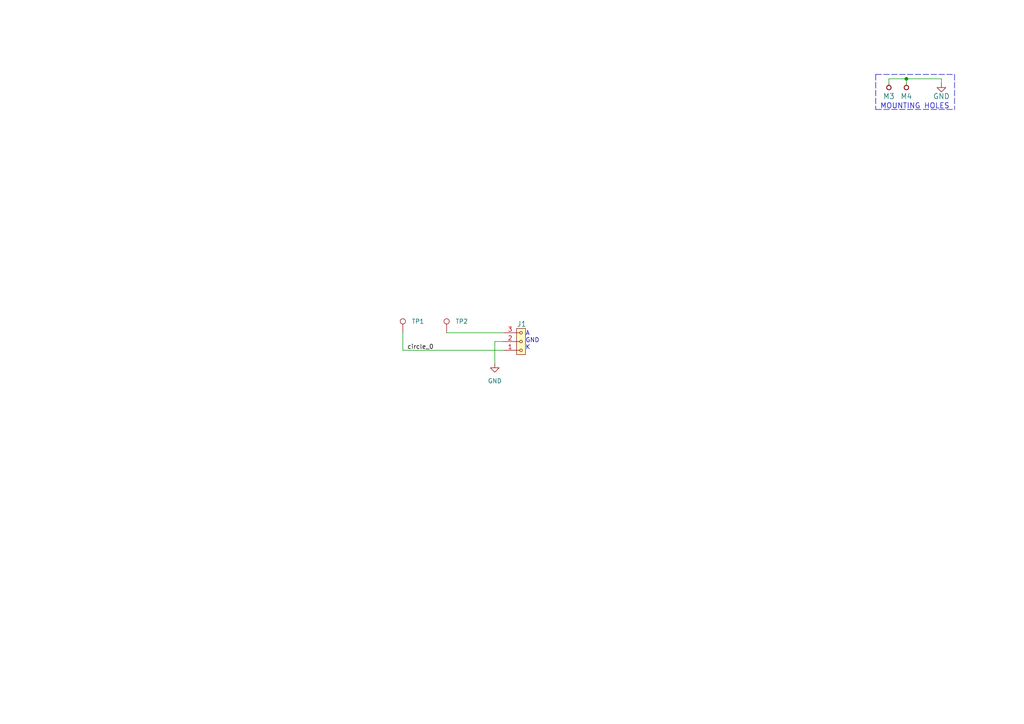
<source format=kicad_sch>
(kicad_sch (version 20211123) (generator eeschema)
  (paper "A4")
  (title_block (title "PINHOLDER01A") (date "2023-04-12") (rev "01A") (company "www.mlab.cz"))
  (lib_symbols
    (symbol "Connector:TestPoint" (pin_numbers hide) (pin_names (offset 0.762) hide)
      (property "Reference" "TP" (at 0 6.858 0))
      (property "Value" "TestPoint" (at 0 5.08 0))
      (symbol "TestPoint_0_1"
        (circle (center 0 3.302) (radius 0.762))
      )
      (symbol "TestPoint_1_1"
        (pin passive line (at 0 0 90) (length 2.54) (name "1") (number "1"))
      )
    )
    (symbol "MLAB_HEADER:HEADER_1x03" (pin_names (offset 1.016))
      (property "Reference" "J" (at 0 -5.08 0))
      (property "Value" "HEADER_1x03" (at 0 5.08 0))
      (symbol "HEADER_1x03_0_1"
        (rectangle (start -1.27 3.81) (end 1.27 -3.81) (fill (type background)))
        (circle (center 0 -2.54) (radius 0.381))
        (polyline (pts (xy -1.27 -2.54) (xy -0.381 -2.54)))
        (polyline (pts (xy -1.27 0) (xy -0.381 0)))
        (polyline (pts (xy -1.27 2.54) (xy -0.381 2.54)))
        (circle (center 0 0) (radius 0.381))
        (circle (center 0 2.54) (radius 0.381))
      )
      (symbol "HEADER_1x03_1_1"
        (pin input line (at -5.08 2.54 0) (length 3.81) (name "~") (number "1"))
        (pin input line (at -5.08 0 0) (length 3.81) (name "~") (number "2"))
        (pin input line (at -5.08 -2.54 0) (length 3.81) (name "~") (number "3"))
      )
    )
    (symbol "MLAB_MECHANICAL:HOLE" (pin_numbers hide) (pin_names (offset 1.016) hide)
      (property "Reference" "M" (at 0 2.54 0))
      (property "Value" "HOLE" (at 0 -2.54 0))
      (symbol "HOLE_0_1"
        (circle (center 0 0) (radius 0.635) (stroke (width 0.254)))
      )
      (symbol "HOLE_1_1"
        (pin input line (at 1.27 0 180) (length 0.635) (name "~") (number "1"))
      )
    )
    (symbol "power:GND" (power) (pin_names (offset 0))
      (property "Value" "GND" (at 0 -3.81 0))
      (symbol "GND_0_1"
        (polyline (pts (xy 0 0) (xy 0 -1.27) (xy 1.27 -1.27) (xy 0 -2.54) (xy -1.27 -1.27) (xy 0 -1.27)))
      )
      (symbol "GND_1_1"
        (pin power_in line (at 0 0 270) (length 0) hide (name "GND") (number "1"))
      )
    )
  )
  (junction (at 262.89 22.86))
  (wire (pts (xy 262.89 24.13) (xy 262.89 22.86)))
  (wire (pts (xy 143.51 99.06) (xy 143.51 105.41)))
  (wire (pts (xy 262.89 22.86) (xy 273.05 22.86)))
  (wire (pts (xy 116.84 101.6) (xy 146.05 101.6)))
  (polyline (pts (xy 254 31.75) (xy 276.86 31.75)) (stroke (width 0) (type dash)))
  (polyline (pts (xy 254 21.59) (xy 276.86 21.59)) (stroke (width 0) (type dash)))
  (wire (pts (xy 273.05 24.13) (xy 273.05 22.86)))
  (wire (pts (xy 129.54 96.52) (xy 146.05 96.52)))
  (wire (pts (xy 146.05 99.06) (xy 143.51 99.06)))
  (polyline (pts (xy 276.86 21.59) (xy 276.86 31.75)) (stroke (width 0) (type dash)))
  (wire (pts (xy 116.84 96.52) (xy 116.84 101.6)))
  (wire (pts (xy 257.81 24.13) (xy 257.81 22.86)))
  (wire (pts (xy 257.81 22.86) (xy 262.89 22.86)))
  (polyline (pts (xy 254 21.59) (xy 254 31.75)) (stroke (width 0) (type dash)))
  (text "MOUNTING HOLES" (at 255.27 31.75 0) (effects (font (size 1.524 1.524)) (justify left bottom)))
  (text "A \nGND\nK" (at 152.4 101.6 0) (effects (font (size 1.27 1.27)) (justify left bottom)))
  (label "circle_0" (at 118.11 101.6 0))
  (symbol (lib_id "Connector:TestPoint") (at 116.84 96.52 0) (unit 1)
    (property "Reference" "TP1" (at 119.38 93.2179 0) (effects (justify left)))
    (property "Value" "TestPoint" (effects hide))
    (property "Footprint" "Mlab_CON:TestPoint_Pad_D0.5mm_noSilk" (effects hide))
    (property "Footprint" "Mlab_CON:TestPoint_Pad_D0.5mm_noSilk" (effects hide))
    (property "Value" "TestPoint" (effects hide))
  )
  (symbol (lib_id "MLAB_MECHANICAL:HOLE") (at 257.81 25.4 90) (unit 1)
    (property "Reference" "M3" (at 257.81 27.94 90) (effects (font (size 1.524 1.524))))
    (property "Value" "HOLE" (effects hide))
    (property "Footprint" "Mlab_Mechanical:MountingHole_3mm" (effects hide))
  )
  (symbol (lib_id "power:GND") (at 273.05 24.13 0) (unit 1)
    (property "Reference" "#PWR01" (effects hide))
    (property "Value" "GND" (at 273.05 27.94 0) (effects (font (size 1.524 1.524))))
  )
  (symbol (lib_id "MLAB_MECHANICAL:HOLE") (at 262.89 25.4 90) (unit 1)
    (property "Reference" "M4" (at 262.89 27.94 90) (effects (font (size 1.524 1.524))))
    (property "Value" "HOLE" (effects hide))
    (property "Footprint" "Mlab_Mechanical:MountingHole_3mm" (effects hide))
  )
  (symbol (lib_id "MLAB_HEADER:HEADER_1x03") (at 151.13 99.06 0) (mirror x) (unit 1)
    (property "Reference" "J1" (at 149.86 93.98 0) (effects (font (size 1.524 1.524)) (justify left)))
    (property "Value" "HEADER_1x03" (effects hide))
    (property "Footprint" "Connector_PinHeader_2.54mm:PinHeader_1x03_P2.54mm_Vertical_SMD_Pin1Left" (effects hide))
  )
  (symbol (lib_id "power:GND") (at 143.51 105.41 0) (unit 1)
    (property "Reference" "#PWR0101" (effects hide))
    (property "Value" "GND" (at 143.51 110.49 0))
  )
  (symbol (lib_id "Connector:TestPoint") (at 129.54 96.52 0) (unit 1)
    (property "Reference" "TP2" (at 132.08 93.2179 0) (effects (justify left)))
    (property "Value" "TestPoint" (effects hide))
    (property "Footprint" "TestPoint:TestPoint_Keystone_5019_Minature" (effects hide))
    (property "Footprint" "TestPoint:TestPoint_Keystone_5019_Minature" (effects hide))
    (property "Value" "TestPoint" (effects hide))
  )
)
</source>
